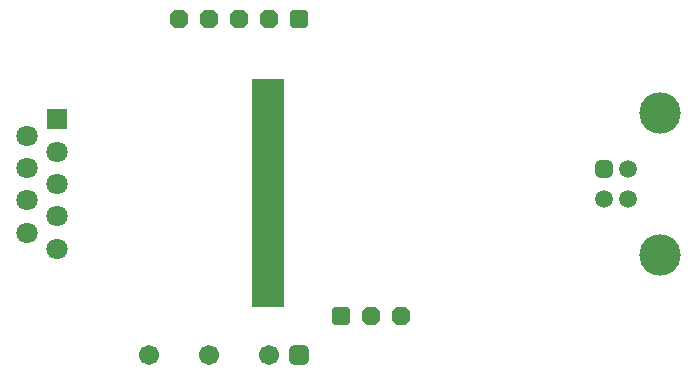
<source format=gbs>
G04*
G04 #@! TF.GenerationSoftware,Altium Limited,Altium Designer,20.1.12 (249)*
G04*
G04 Layer_Color=16711935*
%FSLAX25Y25*%
%MOIN*%
G70*
G04*
G04 #@! TF.SameCoordinates,324E50B1-46C9-4148-88D5-78795315F549*
G04*
G04*
G04 #@! TF.FilePolarity,Negative*
G04*
G01*
G75*
%ADD30R,0.10500X0.76000*%
G04:AMPARAMS|DCode=52|XSize=63.06mil|YSize=63.06mil|CornerRadius=16.76mil|HoleSize=0mil|Usage=FLASHONLY|Rotation=0.000|XOffset=0mil|YOffset=0mil|HoleType=Round|Shape=RoundedRectangle|*
%AMROUNDEDRECTD52*
21,1,0.06306,0.02953,0,0,0.0*
21,1,0.02953,0.06306,0,0,0.0*
1,1,0.03353,0.01476,-0.01476*
1,1,0.03353,-0.01476,-0.01476*
1,1,0.03353,-0.01476,0.01476*
1,1,0.03353,0.01476,0.01476*
%
%ADD52ROUNDEDRECTD52*%
%ADD53P,0.06825X8X22.5*%
%ADD54C,0.13786*%
%ADD55C,0.05912*%
G04:AMPARAMS|DCode=56|XSize=59.12mil|YSize=59.12mil|CornerRadius=15.78mil|HoleSize=0mil|Usage=FLASHONLY|Rotation=90.000|XOffset=0mil|YOffset=0mil|HoleType=Round|Shape=RoundedRectangle|*
%AMROUNDEDRECTD56*
21,1,0.05912,0.02756,0,0,90.0*
21,1,0.02756,0.05912,0,0,90.0*
1,1,0.03156,0.01378,0.01378*
1,1,0.03156,0.01378,-0.01378*
1,1,0.03156,-0.01378,-0.01378*
1,1,0.03156,-0.01378,0.01378*
%
%ADD56ROUNDEDRECTD56*%
%ADD57R,0.07093X0.07093*%
%ADD58C,0.07093*%
%ADD59C,0.00400*%
%ADD60C,0.06699*%
G04:AMPARAMS|DCode=61|XSize=66.99mil|YSize=66.99mil|CornerRadius=17.75mil|HoleSize=0mil|Usage=FLASHONLY|Rotation=0.000|XOffset=0mil|YOffset=0mil|HoleType=Round|Shape=RoundedRectangle|*
%AMROUNDEDRECTD61*
21,1,0.06699,0.03150,0,0,0.0*
21,1,0.03150,0.06699,0,0,0.0*
1,1,0.03550,0.01575,-0.01575*
1,1,0.03550,-0.01575,-0.01575*
1,1,0.03550,-0.01575,0.01575*
1,1,0.03550,0.01575,0.01575*
%
%ADD61ROUNDEDRECTD61*%
D30*
X97750Y62000D02*
D03*
D52*
X122000Y21000D02*
D03*
X108000Y120000D02*
D03*
D53*
X132000Y21000D02*
D03*
X142000D02*
D03*
X98000Y120000D02*
D03*
X88000D02*
D03*
X78000D02*
D03*
X68000D02*
D03*
D54*
X228346Y41339D02*
D03*
Y88583D02*
D03*
D55*
X217717Y60039D02*
D03*
Y69882D02*
D03*
X209842Y60039D02*
D03*
D56*
Y69882D02*
D03*
D57*
X27500Y86535D02*
D03*
D58*
Y75748D02*
D03*
Y64961D02*
D03*
Y54173D02*
D03*
Y43386D02*
D03*
X17500Y81142D02*
D03*
Y70354D02*
D03*
Y59567D02*
D03*
Y48779D02*
D03*
D59*
X22500Y114173D02*
D03*
Y15748D02*
D03*
X224410D02*
D03*
Y114173D02*
D03*
D60*
X78000Y8000D02*
D03*
X58000D02*
D03*
X98000D02*
D03*
D61*
X108000Y8000D02*
D03*
M02*

</source>
